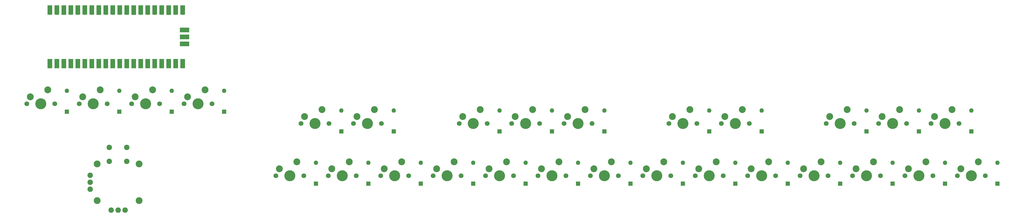
<source format=gts>
G04 #@! TF.GenerationSoftware,KiCad,Pcbnew,8.0.3*
G04 #@! TF.CreationDate,2024-06-27T13:33:53-07:00*
G04 #@! TF.ProjectId,new midi keyboard,6e657720-6d69-4646-9920-6b6579626f61,rev?*
G04 #@! TF.SameCoordinates,Original*
G04 #@! TF.FileFunction,Soldermask,Top*
G04 #@! TF.FilePolarity,Negative*
%FSLAX46Y46*%
G04 Gerber Fmt 4.6, Leading zero omitted, Abs format (unit mm)*
G04 Created by KiCad (PCBNEW 8.0.3) date 2024-06-27 13:33:53*
%MOMM*%
%LPD*%
G01*
G04 APERTURE LIST*
%ADD10C,1.982000*%
%ADD11C,2.490000*%
%ADD12C,1.750000*%
%ADD13C,4.000000*%
%ADD14C,2.500000*%
%ADD15O,1.700000X1.700000*%
%ADD16R,1.700000X3.500000*%
%ADD17R,1.700000X1.700000*%
%ADD18R,3.500000X1.700000*%
%ADD19R,1.600000X1.600000*%
%ADD20O,1.600000X1.600000*%
G04 APERTURE END LIST*
D10*
G04 #@! TO.C,U2*
X75409250Y-105573750D03*
X81759250Y-105573750D03*
X75409250Y-110653750D03*
X81759250Y-110653750D03*
X76044250Y-128433750D03*
X78584250Y-128433750D03*
X81124250Y-128433750D03*
D11*
X70964250Y-111606250D03*
X70964250Y-124941250D03*
X86204250Y-124941250D03*
X86204250Y-111606250D03*
D10*
X68424250Y-115733750D03*
X68424250Y-118273750D03*
X68424250Y-120813750D03*
G04 #@! TD*
D12*
G04 #@! TO.C,SW20*
X345443000Y-115892500D03*
D13*
X350523000Y-115892500D03*
D12*
X355603000Y-115892500D03*
D14*
X346713000Y-113352500D03*
X353063000Y-110812500D03*
G04 #@! TD*
D12*
G04 #@! TO.C,SW13*
X269243000Y-115892500D03*
D13*
X274323000Y-115892500D03*
D12*
X279403000Y-115892500D03*
D14*
X270513000Y-113352500D03*
X276863000Y-110812500D03*
G04 #@! TD*
D15*
G04 #@! TO.C,U1*
X53819250Y-74141250D03*
D16*
X53819250Y-75041250D03*
D15*
X56359250Y-74141250D03*
D16*
X56359250Y-75041250D03*
D17*
X58899250Y-74141250D03*
D16*
X58899250Y-75041250D03*
D15*
X61439250Y-74141250D03*
D16*
X61439250Y-75041250D03*
D15*
X63979250Y-74141250D03*
D16*
X63979250Y-75041250D03*
D15*
X66519250Y-74141250D03*
D16*
X66519250Y-75041250D03*
D15*
X69059250Y-74141250D03*
D16*
X69059250Y-75041250D03*
D17*
X71599250Y-74141250D03*
D16*
X71599250Y-75041250D03*
D15*
X74139250Y-74141250D03*
D16*
X74139250Y-75041250D03*
D15*
X76679250Y-74141250D03*
D16*
X76679250Y-75041250D03*
D15*
X79219250Y-74141250D03*
D16*
X79219250Y-75041250D03*
D15*
X81759250Y-74141250D03*
D16*
X81759250Y-75041250D03*
D17*
X84299250Y-74141250D03*
D16*
X84299250Y-75041250D03*
D15*
X86839250Y-74141250D03*
D16*
X86839250Y-75041250D03*
D15*
X89379250Y-74141250D03*
D16*
X89379250Y-75041250D03*
D15*
X91919250Y-74141250D03*
D16*
X91919250Y-75041250D03*
D15*
X94459250Y-74141250D03*
D16*
X94459250Y-75041250D03*
D17*
X96999250Y-74141250D03*
D16*
X96999250Y-75041250D03*
D15*
X99539250Y-74141250D03*
D16*
X99539250Y-75041250D03*
D15*
X102079250Y-74141250D03*
D16*
X102079250Y-75041250D03*
D15*
X102079250Y-56361250D03*
D16*
X102079250Y-55461250D03*
D15*
X99539250Y-56361250D03*
D16*
X99539250Y-55461250D03*
D17*
X96999250Y-56361250D03*
D16*
X96999250Y-55461250D03*
D15*
X94459250Y-56361250D03*
D16*
X94459250Y-55461250D03*
D15*
X91919250Y-56361250D03*
D16*
X91919250Y-55461250D03*
D15*
X89379250Y-56361250D03*
D16*
X89379250Y-55461250D03*
D15*
X86839250Y-56361250D03*
D16*
X86839250Y-55461250D03*
D17*
X84299250Y-56361250D03*
D16*
X84299250Y-55461250D03*
D15*
X81759250Y-56361250D03*
D16*
X81759250Y-55461250D03*
D15*
X79219250Y-56361250D03*
D16*
X79219250Y-55461250D03*
D15*
X76679250Y-56361250D03*
D16*
X76679250Y-55461250D03*
D15*
X74139250Y-56361250D03*
D16*
X74139250Y-55461250D03*
D17*
X71599250Y-56361250D03*
D16*
X71599250Y-55461250D03*
D15*
X69059250Y-56361250D03*
D16*
X69059250Y-55461250D03*
D15*
X66519250Y-56361250D03*
D16*
X66519250Y-55461250D03*
D15*
X63979250Y-56361250D03*
D16*
X63979250Y-55461250D03*
D15*
X61439250Y-56361250D03*
D16*
X61439250Y-55461250D03*
D17*
X58899250Y-56361250D03*
D16*
X58899250Y-55461250D03*
D15*
X56359250Y-56361250D03*
D16*
X56359250Y-55461250D03*
D15*
X53819250Y-56361250D03*
D16*
X53819250Y-55461250D03*
D15*
X101849250Y-67791250D03*
D18*
X102749250Y-67791250D03*
D17*
X101849250Y-65251250D03*
D18*
X102749250Y-65251250D03*
D15*
X101849250Y-62711250D03*
D18*
X102749250Y-62711250D03*
G04 #@! TD*
D12*
G04 #@! TO.C,SW15*
X288293000Y-115892500D03*
D13*
X293373000Y-115892500D03*
D12*
X298453000Y-115892500D03*
D14*
X289563000Y-113352500D03*
X295913000Y-110812500D03*
G04 #@! TD*
D12*
G04 #@! TO.C,SW24*
X383543000Y-115892500D03*
D13*
X388623000Y-115892500D03*
D12*
X393703000Y-115892500D03*
D14*
X384813000Y-113352500D03*
X391163000Y-110812500D03*
G04 #@! TD*
D12*
G04 #@! TO.C,SW1*
X135893000Y-115892500D03*
D13*
X140973000Y-115892500D03*
D12*
X146053000Y-115892500D03*
D14*
X137163000Y-113352500D03*
X143513000Y-110812500D03*
G04 #@! TD*
D12*
G04 #@! TO.C,SW11*
X221618000Y-96842500D03*
D13*
X226698000Y-96842500D03*
D12*
X231778000Y-96842500D03*
D14*
X222888000Y-94302500D03*
X229238000Y-91762500D03*
G04 #@! TD*
D12*
G04 #@! TO.C,SW3*
X173993000Y-115892500D03*
D13*
X179073000Y-115892500D03*
D12*
X184153000Y-115892500D03*
D14*
X175263000Y-113352500D03*
X181613000Y-110812500D03*
G04 #@! TD*
D12*
G04 #@! TO.C,SW18*
X326393000Y-115892500D03*
D13*
X331473000Y-115892500D03*
D12*
X336553000Y-115892500D03*
D14*
X327663000Y-113352500D03*
X334013000Y-110812500D03*
G04 #@! TD*
D12*
G04 #@! TO.C,SW12*
X240668000Y-96842500D03*
D13*
X245748000Y-96842500D03*
D12*
X250828000Y-96842500D03*
D14*
X241938000Y-94302500D03*
X248288000Y-91762500D03*
G04 #@! TD*
D12*
G04 #@! TO.C,SW4*
X193043000Y-115892500D03*
D13*
X198123000Y-115892500D03*
D12*
X203203000Y-115892500D03*
D14*
X194313000Y-113352500D03*
X200663000Y-110812500D03*
G04 #@! TD*
D12*
G04 #@! TO.C,SW19*
X335918000Y-96842500D03*
D13*
X340998000Y-96842500D03*
D12*
X346078000Y-96842500D03*
D14*
X337188000Y-94302500D03*
X343538000Y-91762500D03*
G04 #@! TD*
D12*
G04 #@! TO.C,SW25*
X45405500Y-89698750D03*
D13*
X50485500Y-89698750D03*
D12*
X55565500Y-89698750D03*
D14*
X46675500Y-87158750D03*
X53025500Y-84618750D03*
G04 #@! TD*
D12*
G04 #@! TO.C,SW21*
X354968000Y-96842500D03*
D13*
X360048000Y-96842500D03*
D12*
X365128000Y-96842500D03*
D14*
X356238000Y-94302500D03*
X362588000Y-91762500D03*
G04 #@! TD*
D12*
G04 #@! TO.C,SW7*
X250193000Y-115892500D03*
D13*
X255273000Y-115892500D03*
D12*
X260353000Y-115892500D03*
D14*
X251463000Y-113352500D03*
X257813000Y-110812500D03*
G04 #@! TD*
D12*
G04 #@! TO.C,SW14*
X278768000Y-96842500D03*
D13*
X283848000Y-96842500D03*
D12*
X288928000Y-96842500D03*
D14*
X280038000Y-94302500D03*
X286388000Y-91762500D03*
G04 #@! TD*
D12*
G04 #@! TO.C,SW16*
X297818000Y-96842500D03*
D13*
X302898000Y-96842500D03*
D12*
X307978000Y-96842500D03*
D14*
X299088000Y-94302500D03*
X305438000Y-91762500D03*
G04 #@! TD*
D12*
G04 #@! TO.C,SW5*
X212093000Y-115892500D03*
D13*
X217173000Y-115892500D03*
D12*
X222253000Y-115892500D03*
D14*
X213363000Y-113352500D03*
X219713000Y-110812500D03*
G04 #@! TD*
D12*
G04 #@! TO.C,SW26*
X64455500Y-89698750D03*
D13*
X69535500Y-89698750D03*
D12*
X74615500Y-89698750D03*
D14*
X65725500Y-87158750D03*
X72075500Y-84618750D03*
G04 #@! TD*
D12*
G04 #@! TO.C,SW10*
X202568000Y-96842500D03*
D13*
X207648000Y-96842500D03*
D12*
X212728000Y-96842500D03*
D14*
X203838000Y-94302500D03*
X210188000Y-91762500D03*
G04 #@! TD*
D12*
G04 #@! TO.C,SW22*
X364493000Y-115892500D03*
D13*
X369573000Y-115892500D03*
D12*
X374653000Y-115892500D03*
D14*
X365763000Y-113352500D03*
X372113000Y-110812500D03*
G04 #@! TD*
D12*
G04 #@! TO.C,SW9*
X164150500Y-96842500D03*
D13*
X169230500Y-96842500D03*
D12*
X174310500Y-96842500D03*
D14*
X165420500Y-94302500D03*
X171770500Y-91762500D03*
G04 #@! TD*
D12*
G04 #@! TO.C,SW2*
X154943000Y-115892500D03*
D13*
X160023000Y-115892500D03*
D12*
X165103000Y-115892500D03*
D14*
X156213000Y-113352500D03*
X162563000Y-110812500D03*
G04 #@! TD*
D12*
G04 #@! TO.C,SW28*
X102555500Y-89698750D03*
D13*
X107635500Y-89698750D03*
D12*
X112715500Y-89698750D03*
D14*
X103825500Y-87158750D03*
X110175500Y-84618750D03*
G04 #@! TD*
D12*
G04 #@! TO.C,SW27*
X83505500Y-89698750D03*
D13*
X88585500Y-89698750D03*
D12*
X93665500Y-89698750D03*
D14*
X84775500Y-87158750D03*
X91125500Y-84618750D03*
G04 #@! TD*
D12*
G04 #@! TO.C,SW8*
X145100500Y-96842500D03*
D13*
X150180500Y-96842500D03*
D12*
X155260500Y-96842500D03*
D14*
X146370500Y-94302500D03*
X152720500Y-91762500D03*
G04 #@! TD*
D12*
G04 #@! TO.C,SW23*
X374018000Y-96842500D03*
D13*
X379098000Y-96842500D03*
D12*
X384178000Y-96842500D03*
D14*
X375288000Y-94302500D03*
X381638000Y-91762500D03*
G04 #@! TD*
D12*
G04 #@! TO.C,SW17*
X307343000Y-115892500D03*
D13*
X312423000Y-115892500D03*
D12*
X317503000Y-115892500D03*
D14*
X308613000Y-113352500D03*
X314963000Y-110812500D03*
G04 #@! TD*
D12*
G04 #@! TO.C,SW6*
X231143000Y-115892500D03*
D13*
X236223000Y-115892500D03*
D12*
X241303000Y-115892500D03*
D14*
X232413000Y-113352500D03*
X238763000Y-110812500D03*
G04 #@! TD*
D19*
G04 #@! TO.C,D13*
X283848000Y-118750000D03*
D20*
X283848000Y-111130000D03*
G04 #@! TD*
D19*
G04 #@! TO.C,D2*
X169548000Y-118750000D03*
D20*
X169548000Y-111130000D03*
G04 #@! TD*
D19*
G04 #@! TO.C,D16*
X312423000Y-99700000D03*
D20*
X312423000Y-92080000D03*
G04 #@! TD*
D19*
G04 #@! TO.C,D8*
X159705500Y-99700000D03*
D20*
X159705500Y-92080000D03*
G04 #@! TD*
D19*
G04 #@! TO.C,D15*
X302898000Y-118750000D03*
D20*
X302898000Y-111130000D03*
G04 #@! TD*
D19*
G04 #@! TO.C,D3*
X188598000Y-118750000D03*
D20*
X188598000Y-111130000D03*
G04 #@! TD*
D19*
G04 #@! TO.C,D28*
X117160500Y-92556250D03*
D20*
X117160500Y-84936250D03*
G04 #@! TD*
D19*
G04 #@! TO.C,D22*
X379098000Y-118750000D03*
D20*
X379098000Y-111130000D03*
G04 #@! TD*
D19*
G04 #@! TO.C,D20*
X360048000Y-118750000D03*
D20*
X360048000Y-111130000D03*
G04 #@! TD*
D19*
G04 #@! TO.C,D21*
X369573000Y-99700000D03*
D20*
X369573000Y-92080000D03*
G04 #@! TD*
D19*
G04 #@! TO.C,D6*
X245748000Y-118750000D03*
D20*
X245748000Y-111130000D03*
G04 #@! TD*
D19*
G04 #@! TO.C,D10*
X217173000Y-99700000D03*
D20*
X217173000Y-92080000D03*
G04 #@! TD*
D19*
G04 #@! TO.C,D25*
X60010500Y-92556250D03*
D20*
X60010500Y-84936250D03*
G04 #@! TD*
D19*
G04 #@! TO.C,D24*
X398148000Y-118750000D03*
D20*
X398148000Y-111130000D03*
G04 #@! TD*
D19*
G04 #@! TO.C,D23*
X388623000Y-99700000D03*
D20*
X388623000Y-92080000D03*
G04 #@! TD*
D19*
G04 #@! TO.C,D4*
X207648000Y-118750000D03*
D20*
X207648000Y-111130000D03*
G04 #@! TD*
D19*
G04 #@! TO.C,D19*
X350523000Y-99700000D03*
D20*
X350523000Y-92080000D03*
G04 #@! TD*
D19*
G04 #@! TO.C,D9*
X178755500Y-99700000D03*
D20*
X178755500Y-92080000D03*
G04 #@! TD*
D19*
G04 #@! TO.C,D12*
X255273000Y-99700000D03*
D20*
X255273000Y-92080000D03*
G04 #@! TD*
D19*
G04 #@! TO.C,D14*
X293373000Y-99700000D03*
D20*
X293373000Y-92080000D03*
G04 #@! TD*
D19*
G04 #@! TO.C,D5*
X226698000Y-118750000D03*
D20*
X226698000Y-111130000D03*
G04 #@! TD*
D19*
G04 #@! TO.C,D26*
X79060500Y-92556250D03*
D20*
X79060500Y-84936250D03*
G04 #@! TD*
D19*
G04 #@! TO.C,D11*
X236223000Y-99700000D03*
D20*
X236223000Y-92080000D03*
G04 #@! TD*
D19*
G04 #@! TO.C,D1*
X150498000Y-118750000D03*
D20*
X150498000Y-111130000D03*
G04 #@! TD*
D19*
G04 #@! TO.C,D27*
X98110500Y-92556250D03*
D20*
X98110500Y-84936250D03*
G04 #@! TD*
D19*
G04 #@! TO.C,D7*
X264798000Y-118750000D03*
D20*
X264798000Y-111130000D03*
G04 #@! TD*
D19*
G04 #@! TO.C,D18*
X340998000Y-118750000D03*
D20*
X340998000Y-111130000D03*
G04 #@! TD*
D19*
G04 #@! TO.C,D17*
X321948000Y-118750000D03*
D20*
X321948000Y-111130000D03*
G04 #@! TD*
M02*

</source>
